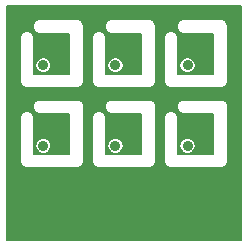
<source format=gbl>
G75*
%MOIN*%
%OFA0B0*%
%FSLAX24Y24*%
%IPPOS*%
%LPD*%
%AMOC8*
5,1,8,0,0,1.08239X$1,22.5*
%
%ADD10C,0.0354*%
%ADD11C,0.0063*%
D10*
X001410Y003339D03*
X001961Y003339D03*
X003811Y003339D03*
X004363Y003339D03*
X006213Y003339D03*
X006764Y003339D03*
X006764Y006016D03*
X006213Y006016D03*
X004363Y006016D03*
X003811Y006016D03*
X001961Y006016D03*
X001410Y006016D03*
D11*
X000191Y007983D02*
X000191Y000191D01*
X007983Y000191D01*
X007983Y007983D01*
X000191Y007983D01*
X000191Y007962D02*
X007983Y007962D01*
X007983Y007900D02*
X000191Y007900D01*
X000191Y007839D02*
X007983Y007839D01*
X007983Y007777D02*
X000191Y007777D01*
X000191Y007716D02*
X007983Y007716D01*
X007983Y007654D02*
X000191Y007654D01*
X000191Y007593D02*
X007983Y007593D01*
X007983Y007531D02*
X007418Y007531D01*
X007379Y007554D02*
X006031Y007554D01*
X005920Y007490D01*
X005857Y007379D01*
X005857Y007251D01*
X005920Y007141D01*
X005920Y007141D01*
X005920Y007141D01*
X006031Y007077D01*
X007077Y007077D01*
X007077Y005743D01*
X005900Y005743D01*
X005900Y006986D01*
X005836Y007096D01*
X005726Y007160D01*
X005598Y007160D01*
X005487Y007096D01*
X005423Y006986D01*
X005423Y005440D01*
X005487Y005330D01*
X005487Y005330D01*
X005487Y005330D01*
X005598Y005266D01*
X007379Y005266D01*
X007490Y005330D01*
X007554Y005440D01*
X007554Y007379D01*
X007490Y007490D01*
X007490Y007490D01*
X007490Y007490D01*
X007379Y007554D01*
X007501Y007470D02*
X007983Y007470D01*
X007983Y007408D02*
X007537Y007408D01*
X007554Y007347D02*
X007983Y007347D01*
X007983Y007285D02*
X007554Y007285D01*
X007554Y007224D02*
X007983Y007224D01*
X007983Y007162D02*
X007554Y007162D01*
X007554Y007101D02*
X007983Y007101D01*
X007983Y007039D02*
X007554Y007039D01*
X007554Y006978D02*
X007983Y006978D01*
X007983Y006916D02*
X007554Y006916D01*
X007554Y006855D02*
X007983Y006855D01*
X007983Y006793D02*
X007554Y006793D01*
X007554Y006732D02*
X007983Y006732D01*
X007983Y006670D02*
X007554Y006670D01*
X007554Y006609D02*
X007983Y006609D01*
X007983Y006547D02*
X007554Y006547D01*
X007554Y006486D02*
X007983Y006486D01*
X007983Y006424D02*
X007554Y006424D01*
X007554Y006363D02*
X007983Y006363D01*
X007983Y006301D02*
X007554Y006301D01*
X007554Y006240D02*
X007983Y006240D01*
X007983Y006178D02*
X007554Y006178D01*
X007554Y006117D02*
X007983Y006117D01*
X007983Y006056D02*
X007554Y006056D01*
X007554Y005994D02*
X007983Y005994D01*
X007983Y005933D02*
X007554Y005933D01*
X007554Y005871D02*
X007983Y005871D01*
X007983Y005810D02*
X007554Y005810D01*
X007554Y005748D02*
X007983Y005748D01*
X007983Y005687D02*
X007554Y005687D01*
X007554Y005625D02*
X007983Y005625D01*
X007983Y005564D02*
X007554Y005564D01*
X007554Y005502D02*
X007983Y005502D01*
X007983Y005441D02*
X007554Y005441D01*
X007518Y005379D02*
X007983Y005379D01*
X007983Y005318D02*
X007469Y005318D01*
X007490Y005330D02*
X007490Y005330D01*
X007490Y005330D01*
X007077Y005748D02*
X006268Y005748D01*
X006266Y005747D02*
X006365Y005788D01*
X006441Y005864D01*
X006482Y005963D01*
X006482Y006070D01*
X006441Y006168D01*
X006365Y006244D01*
X006266Y006285D01*
X006160Y006285D01*
X006061Y006244D01*
X005985Y006168D01*
X005944Y006070D01*
X005944Y005963D01*
X005985Y005864D01*
X006061Y005788D01*
X006160Y005747D01*
X006266Y005747D01*
X006158Y005748D02*
X005900Y005748D01*
X005900Y005810D02*
X006040Y005810D01*
X005982Y005871D02*
X005900Y005871D01*
X005900Y005933D02*
X005957Y005933D01*
X005944Y005994D02*
X005900Y005994D01*
X005900Y006056D02*
X005944Y006056D01*
X005964Y006117D02*
X005900Y006117D01*
X005900Y006178D02*
X005995Y006178D01*
X006057Y006240D02*
X005900Y006240D01*
X005900Y006301D02*
X007077Y006301D01*
X007077Y006240D02*
X006369Y006240D01*
X006431Y006178D02*
X007077Y006178D01*
X007077Y006117D02*
X006462Y006117D01*
X006482Y006056D02*
X007077Y006056D01*
X007077Y005994D02*
X006482Y005994D01*
X006469Y005933D02*
X007077Y005933D01*
X007077Y005871D02*
X006444Y005871D01*
X006386Y005810D02*
X007077Y005810D01*
X007077Y006363D02*
X005900Y006363D01*
X005900Y006424D02*
X007077Y006424D01*
X007077Y006486D02*
X005900Y006486D01*
X005900Y006547D02*
X007077Y006547D01*
X007077Y006609D02*
X005900Y006609D01*
X005900Y006670D02*
X007077Y006670D01*
X007077Y006732D02*
X005900Y006732D01*
X005900Y006793D02*
X007077Y006793D01*
X007077Y006855D02*
X005900Y006855D01*
X005900Y006916D02*
X007077Y006916D01*
X007077Y006978D02*
X005900Y006978D01*
X005869Y007039D02*
X007077Y007039D01*
X005990Y007101D02*
X005828Y007101D01*
X005836Y007096D02*
X005836Y007096D01*
X005836Y007096D01*
X005908Y007162D02*
X005152Y007162D01*
X005152Y007101D02*
X005496Y007101D01*
X005487Y007096D02*
X005487Y007096D01*
X005487Y007096D01*
X005455Y007039D02*
X005152Y007039D01*
X005152Y006978D02*
X005423Y006978D01*
X005423Y006916D02*
X005152Y006916D01*
X005152Y006855D02*
X005423Y006855D01*
X005423Y006793D02*
X005152Y006793D01*
X005152Y006732D02*
X005423Y006732D01*
X005423Y006670D02*
X005152Y006670D01*
X005152Y006609D02*
X005423Y006609D01*
X005423Y006547D02*
X005152Y006547D01*
X005152Y006486D02*
X005423Y006486D01*
X005423Y006424D02*
X005152Y006424D01*
X005152Y006363D02*
X005423Y006363D01*
X005423Y006301D02*
X005152Y006301D01*
X005152Y006240D02*
X005423Y006240D01*
X005423Y006178D02*
X005152Y006178D01*
X005152Y006117D02*
X005423Y006117D01*
X005423Y006056D02*
X005152Y006056D01*
X005152Y005994D02*
X005423Y005994D01*
X005423Y005933D02*
X005152Y005933D01*
X005152Y005871D02*
X005423Y005871D01*
X005423Y005810D02*
X005152Y005810D01*
X005152Y005748D02*
X005423Y005748D01*
X005423Y005687D02*
X005152Y005687D01*
X005152Y005625D02*
X005423Y005625D01*
X005423Y005564D02*
X005152Y005564D01*
X005152Y005502D02*
X005423Y005502D01*
X005423Y005441D02*
X005152Y005441D01*
X005152Y005440D02*
X005152Y007379D01*
X005088Y007490D01*
X004978Y007554D01*
X003629Y007554D01*
X003519Y007490D01*
X003519Y007490D01*
X003455Y007379D01*
X003455Y007251D01*
X003519Y007141D01*
X003629Y007077D01*
X004675Y007077D01*
X004675Y005743D01*
X003499Y005743D01*
X003499Y006986D01*
X003435Y007096D01*
X003435Y007096D01*
X003435Y007096D01*
X003324Y007160D01*
X003196Y007160D01*
X003086Y007096D01*
X003086Y007096D01*
X003022Y006986D01*
X003022Y005440D01*
X003086Y005330D01*
X003196Y005266D01*
X004978Y005266D01*
X005088Y005330D01*
X005152Y005440D01*
X005117Y005379D02*
X005459Y005379D01*
X005509Y005318D02*
X005067Y005318D01*
X005088Y005330D02*
X005088Y005330D01*
X005088Y005330D01*
X004675Y005748D02*
X003866Y005748D01*
X003865Y005747D02*
X003964Y005788D01*
X004039Y005864D01*
X004080Y005963D01*
X004080Y006070D01*
X004039Y006168D01*
X003964Y006244D01*
X003865Y006285D01*
X003758Y006285D01*
X003659Y006244D01*
X003584Y006168D01*
X003543Y006070D01*
X003543Y005963D01*
X003584Y005864D01*
X003659Y005788D01*
X003758Y005747D01*
X003865Y005747D01*
X003985Y005810D02*
X004675Y005810D01*
X004675Y005871D02*
X004042Y005871D01*
X004068Y005933D02*
X004675Y005933D01*
X004675Y005994D02*
X004080Y005994D01*
X004080Y006056D02*
X004675Y006056D01*
X004675Y006117D02*
X004060Y006117D01*
X004029Y006178D02*
X004675Y006178D01*
X004675Y006240D02*
X003968Y006240D01*
X003655Y006240D02*
X003499Y006240D01*
X003499Y006301D02*
X004675Y006301D01*
X004675Y006363D02*
X003499Y006363D01*
X003499Y006424D02*
X004675Y006424D01*
X004675Y006486D02*
X003499Y006486D01*
X003499Y006547D02*
X004675Y006547D01*
X004675Y006609D02*
X003499Y006609D01*
X003499Y006670D02*
X004675Y006670D01*
X004675Y006732D02*
X003499Y006732D01*
X003499Y006793D02*
X004675Y006793D01*
X004675Y006855D02*
X003499Y006855D01*
X003499Y006916D02*
X004675Y006916D01*
X004675Y006978D02*
X003499Y006978D01*
X003467Y007039D02*
X004675Y007039D01*
X005135Y007408D02*
X005873Y007408D01*
X005857Y007347D02*
X005152Y007347D01*
X005152Y007285D02*
X005857Y007285D01*
X005872Y007224D02*
X005152Y007224D01*
X005100Y007470D02*
X005909Y007470D01*
X005920Y007490D02*
X005920Y007490D01*
X005920Y007490D01*
X005992Y007531D02*
X005016Y007531D01*
X005088Y007490D02*
X005088Y007490D01*
X005088Y007490D01*
X003629Y007077D02*
X003629Y007077D01*
X003588Y007101D02*
X003426Y007101D01*
X003506Y007162D02*
X002751Y007162D01*
X002751Y007101D02*
X003094Y007101D01*
X003086Y007096D02*
X003086Y007096D01*
X003053Y007039D02*
X002751Y007039D01*
X002751Y006978D02*
X003022Y006978D01*
X003022Y006916D02*
X002751Y006916D01*
X002751Y006855D02*
X003022Y006855D01*
X003022Y006793D02*
X002751Y006793D01*
X002751Y006732D02*
X003022Y006732D01*
X003022Y006670D02*
X002751Y006670D01*
X002751Y006609D02*
X003022Y006609D01*
X003022Y006547D02*
X002751Y006547D01*
X002751Y006486D02*
X003022Y006486D01*
X003022Y006424D02*
X002751Y006424D01*
X002751Y006363D02*
X003022Y006363D01*
X003022Y006301D02*
X002751Y006301D01*
X002751Y006240D02*
X003022Y006240D01*
X003022Y006178D02*
X002751Y006178D01*
X002751Y006117D02*
X003022Y006117D01*
X003022Y006056D02*
X002751Y006056D01*
X002751Y005994D02*
X003022Y005994D01*
X003022Y005933D02*
X002751Y005933D01*
X002751Y005871D02*
X003022Y005871D01*
X003022Y005810D02*
X002751Y005810D01*
X002751Y005748D02*
X003022Y005748D01*
X003022Y005687D02*
X002751Y005687D01*
X002751Y005625D02*
X003022Y005625D01*
X003022Y005564D02*
X002751Y005564D01*
X002751Y005502D02*
X003022Y005502D01*
X003022Y005441D02*
X002751Y005441D01*
X002751Y005440D02*
X002751Y007379D01*
X002687Y007490D01*
X002687Y007490D01*
X002687Y007490D01*
X002576Y007554D01*
X001228Y007554D01*
X001117Y007490D01*
X001053Y007379D01*
X001053Y007298D01*
X001053Y007251D01*
X001117Y007141D01*
X001117Y007141D01*
X001228Y007077D01*
X002274Y007077D01*
X002274Y005743D01*
X001097Y005743D01*
X001097Y006986D01*
X001033Y007096D01*
X000923Y007160D01*
X000795Y007160D01*
X000684Y007096D01*
X000620Y006986D01*
X000620Y005440D01*
X000684Y005330D01*
X000684Y005330D01*
X000684Y005330D01*
X000795Y005266D01*
X002576Y005266D01*
X002687Y005330D01*
X002751Y005440D01*
X002715Y005379D02*
X003057Y005379D01*
X003086Y005330D02*
X003086Y005330D01*
X003086Y005330D01*
X003107Y005318D02*
X002665Y005318D01*
X002687Y005330D02*
X002687Y005330D01*
X002687Y005330D01*
X002274Y005748D02*
X001465Y005748D01*
X001463Y005747D02*
X001562Y005788D01*
X001638Y005864D01*
X001679Y005963D01*
X001679Y006070D01*
X001638Y006168D01*
X001562Y006244D01*
X001463Y006285D01*
X001356Y006285D01*
X001258Y006244D01*
X001182Y006168D01*
X001141Y006070D01*
X001141Y005963D01*
X001182Y005864D01*
X001258Y005788D01*
X001356Y005747D01*
X001463Y005747D01*
X001355Y005748D02*
X001097Y005748D01*
X001097Y005810D02*
X001236Y005810D01*
X001179Y005871D02*
X001097Y005871D01*
X001097Y005933D02*
X001154Y005933D01*
X001141Y005994D02*
X001097Y005994D01*
X001097Y006056D02*
X001141Y006056D01*
X001161Y006117D02*
X001097Y006117D01*
X001097Y006178D02*
X001192Y006178D01*
X001254Y006240D02*
X001097Y006240D01*
X001097Y006301D02*
X002274Y006301D01*
X002274Y006240D02*
X001566Y006240D01*
X001627Y006178D02*
X002274Y006178D01*
X002274Y006117D02*
X001659Y006117D01*
X001679Y006056D02*
X002274Y006056D01*
X002274Y005994D02*
X001679Y005994D01*
X001666Y005933D02*
X002274Y005933D01*
X002274Y005871D02*
X001641Y005871D01*
X001583Y005810D02*
X002274Y005810D01*
X002274Y006363D02*
X001097Y006363D01*
X001097Y006424D02*
X002274Y006424D01*
X002274Y006486D02*
X001097Y006486D01*
X001097Y006547D02*
X002274Y006547D01*
X002274Y006609D02*
X001097Y006609D01*
X001097Y006670D02*
X002274Y006670D01*
X002274Y006732D02*
X001097Y006732D01*
X001097Y006793D02*
X002274Y006793D01*
X002274Y006855D02*
X001097Y006855D01*
X001097Y006916D02*
X002274Y006916D01*
X002274Y006978D02*
X001097Y006978D01*
X001066Y007039D02*
X002274Y007039D01*
X002751Y007224D02*
X003471Y007224D01*
X003455Y007285D02*
X002751Y007285D01*
X002751Y007347D02*
X003455Y007347D01*
X003472Y007408D02*
X002734Y007408D01*
X002698Y007470D02*
X003507Y007470D01*
X003519Y007490D02*
X003519Y007490D01*
X003591Y007531D02*
X002615Y007531D01*
X003519Y007141D02*
X003519Y007141D01*
X003499Y006178D02*
X003594Y006178D01*
X003562Y006117D02*
X003499Y006117D01*
X003499Y006056D02*
X003543Y006056D01*
X003543Y005994D02*
X003499Y005994D01*
X003499Y005933D02*
X003555Y005933D01*
X003581Y005871D02*
X003499Y005871D01*
X003499Y005810D02*
X003638Y005810D01*
X003757Y005748D02*
X003499Y005748D01*
X003629Y004877D02*
X003519Y004813D01*
X003519Y004813D01*
X003519Y004813D01*
X003455Y004702D01*
X003455Y004621D01*
X003455Y004574D01*
X003519Y004464D01*
X003629Y004400D01*
X004675Y004400D01*
X004675Y003066D01*
X003499Y003066D01*
X003499Y004308D01*
X003435Y004419D01*
X003435Y004419D01*
X003435Y004419D01*
X003324Y004483D01*
X003196Y004483D01*
X003086Y004419D01*
X003086Y004419D01*
X003022Y004308D01*
X003022Y002763D01*
X003086Y002653D01*
X003086Y002653D01*
X003196Y002589D01*
X004978Y002589D01*
X005088Y002653D01*
X005152Y002763D01*
X005152Y004702D01*
X005088Y004813D01*
X004978Y004877D01*
X003629Y004877D01*
X003541Y004826D02*
X002664Y004826D01*
X002687Y004813D02*
X002576Y004877D01*
X001228Y004877D01*
X001117Y004813D01*
X001117Y004813D01*
X001117Y004813D01*
X001053Y004702D01*
X001053Y004574D01*
X001117Y004464D01*
X001117Y004464D01*
X001117Y004464D01*
X001228Y004400D01*
X002274Y004400D01*
X002274Y003066D01*
X001097Y003066D01*
X001097Y004308D01*
X001033Y004419D01*
X000923Y004483D01*
X000795Y004483D01*
X000684Y004419D01*
X000620Y004308D01*
X000620Y002763D01*
X000684Y002653D01*
X000684Y002653D01*
X000684Y002653D01*
X000795Y002589D01*
X002576Y002589D01*
X002687Y002653D01*
X002751Y002763D01*
X002751Y004702D01*
X002687Y004813D01*
X002687Y004813D01*
X002687Y004813D01*
X002715Y004764D02*
X003491Y004764D01*
X003455Y004703D02*
X002750Y004703D01*
X002751Y004641D02*
X003455Y004641D01*
X003455Y004580D02*
X002751Y004580D01*
X002751Y004518D02*
X003487Y004518D01*
X003519Y004464D02*
X003519Y004464D01*
X003519Y004464D01*
X003531Y004457D02*
X003369Y004457D01*
X003448Y004395D02*
X004675Y004395D01*
X004675Y004334D02*
X003484Y004334D01*
X003499Y004272D02*
X004675Y004272D01*
X004675Y004211D02*
X003499Y004211D01*
X003499Y004149D02*
X004675Y004149D01*
X004675Y004088D02*
X003499Y004088D01*
X003499Y004026D02*
X004675Y004026D01*
X004675Y003965D02*
X003499Y003965D01*
X003499Y003903D02*
X004675Y003903D01*
X004675Y003842D02*
X003499Y003842D01*
X003499Y003780D02*
X004675Y003780D01*
X004675Y003719D02*
X003499Y003719D01*
X003499Y003657D02*
X004675Y003657D01*
X004675Y003596D02*
X003893Y003596D01*
X003865Y003608D02*
X003758Y003608D01*
X003659Y003567D01*
X003584Y003491D01*
X003543Y003392D01*
X003543Y003286D01*
X003584Y003187D01*
X003659Y003111D01*
X003758Y003070D01*
X003865Y003070D01*
X003964Y003111D01*
X004039Y003187D01*
X004080Y003286D01*
X004080Y003392D01*
X004039Y003491D01*
X003964Y003567D01*
X003865Y003608D01*
X003996Y003534D02*
X004675Y003534D01*
X004675Y003473D02*
X004047Y003473D01*
X004072Y003411D02*
X004675Y003411D01*
X004675Y003350D02*
X004080Y003350D01*
X004080Y003288D02*
X004675Y003288D01*
X004675Y003227D02*
X004056Y003227D01*
X004018Y003165D02*
X004675Y003165D01*
X004675Y003104D02*
X003946Y003104D01*
X003677Y003104D02*
X003499Y003104D01*
X003499Y003165D02*
X003605Y003165D01*
X003567Y003227D02*
X003499Y003227D01*
X003499Y003288D02*
X003543Y003288D01*
X003543Y003350D02*
X003499Y003350D01*
X003499Y003411D02*
X003551Y003411D01*
X003576Y003473D02*
X003499Y003473D01*
X003499Y003534D02*
X003627Y003534D01*
X003729Y003596D02*
X003499Y003596D01*
X003022Y003596D02*
X002751Y003596D01*
X002751Y003657D02*
X003022Y003657D01*
X003022Y003719D02*
X002751Y003719D01*
X002751Y003780D02*
X003022Y003780D01*
X003022Y003842D02*
X002751Y003842D01*
X002751Y003903D02*
X003022Y003903D01*
X003022Y003965D02*
X002751Y003965D01*
X002751Y004026D02*
X003022Y004026D01*
X003022Y004088D02*
X002751Y004088D01*
X002751Y004149D02*
X003022Y004149D01*
X003022Y004211D02*
X002751Y004211D01*
X002751Y004272D02*
X003022Y004272D01*
X003037Y004334D02*
X002751Y004334D01*
X002751Y004395D02*
X003072Y004395D01*
X003086Y004419D02*
X003086Y004419D01*
X003151Y004457D02*
X002751Y004457D01*
X002274Y004395D02*
X001047Y004395D01*
X001033Y004419D02*
X001033Y004419D01*
X001033Y004419D01*
X000968Y004457D02*
X001129Y004457D01*
X001086Y004518D02*
X000191Y004518D01*
X000191Y004457D02*
X000750Y004457D01*
X000684Y004419D02*
X000684Y004419D01*
X000684Y004419D01*
X000670Y004395D02*
X000191Y004395D01*
X000191Y004334D02*
X000635Y004334D01*
X000620Y004272D02*
X000191Y004272D01*
X000191Y004211D02*
X000620Y004211D01*
X000620Y004149D02*
X000191Y004149D01*
X000191Y004088D02*
X000620Y004088D01*
X000620Y004026D02*
X000191Y004026D01*
X000191Y003965D02*
X000620Y003965D01*
X000620Y003903D02*
X000191Y003903D01*
X000191Y003842D02*
X000620Y003842D01*
X000620Y003780D02*
X000191Y003780D01*
X000191Y003719D02*
X000620Y003719D01*
X000620Y003657D02*
X000191Y003657D01*
X000191Y003596D02*
X000620Y003596D01*
X000620Y003534D02*
X000191Y003534D01*
X000191Y003473D02*
X000620Y003473D01*
X000620Y003411D02*
X000191Y003411D01*
X000191Y003350D02*
X000620Y003350D01*
X000620Y003288D02*
X000191Y003288D01*
X000191Y003227D02*
X000620Y003227D01*
X000620Y003165D02*
X000191Y003165D01*
X000191Y003104D02*
X000620Y003104D01*
X000620Y003042D02*
X000191Y003042D01*
X000191Y002981D02*
X000620Y002981D01*
X000620Y002919D02*
X000191Y002919D01*
X000191Y002858D02*
X000620Y002858D01*
X000620Y002796D02*
X000191Y002796D01*
X000191Y002735D02*
X000637Y002735D01*
X000672Y002673D02*
X000191Y002673D01*
X000191Y002612D02*
X000755Y002612D01*
X001097Y003104D02*
X001275Y003104D01*
X001258Y003111D02*
X001182Y003187D01*
X001141Y003286D01*
X001141Y003392D01*
X001182Y003491D01*
X001258Y003567D01*
X001356Y003608D01*
X001463Y003608D01*
X001562Y003567D01*
X001638Y003491D01*
X001679Y003392D01*
X001679Y003286D01*
X001638Y003187D01*
X001562Y003111D01*
X001463Y003070D01*
X001356Y003070D01*
X001258Y003111D01*
X001204Y003165D02*
X001097Y003165D01*
X001097Y003227D02*
X001165Y003227D01*
X001141Y003288D02*
X001097Y003288D01*
X001097Y003350D02*
X001141Y003350D01*
X001149Y003411D02*
X001097Y003411D01*
X001097Y003473D02*
X001174Y003473D01*
X001225Y003534D02*
X001097Y003534D01*
X001097Y003596D02*
X001328Y003596D01*
X001492Y003596D02*
X002274Y003596D01*
X002274Y003657D02*
X001097Y003657D01*
X001097Y003719D02*
X002274Y003719D01*
X002274Y003780D02*
X001097Y003780D01*
X001097Y003842D02*
X002274Y003842D01*
X002274Y003903D02*
X001097Y003903D01*
X001097Y003965D02*
X002274Y003965D01*
X002274Y004026D02*
X001097Y004026D01*
X001097Y004088D02*
X002274Y004088D01*
X002274Y004149D02*
X001097Y004149D01*
X001097Y004211D02*
X002274Y004211D01*
X002274Y004272D02*
X001097Y004272D01*
X001082Y004334D02*
X002274Y004334D01*
X002274Y003534D02*
X001594Y003534D01*
X001645Y003473D02*
X002274Y003473D01*
X002274Y003411D02*
X001671Y003411D01*
X001679Y003350D02*
X002274Y003350D01*
X002274Y003288D02*
X001679Y003288D01*
X001654Y003227D02*
X002274Y003227D01*
X002274Y003165D02*
X001616Y003165D01*
X001544Y003104D02*
X002274Y003104D01*
X002687Y002653D02*
X002687Y002653D01*
X002687Y002653D01*
X002699Y002673D02*
X003074Y002673D01*
X003086Y002653D02*
X003086Y002653D01*
X003156Y002612D02*
X002616Y002612D01*
X002734Y002735D02*
X003038Y002735D01*
X003022Y002796D02*
X002751Y002796D01*
X002751Y002858D02*
X003022Y002858D01*
X003022Y002919D02*
X002751Y002919D01*
X002751Y002981D02*
X003022Y002981D01*
X003022Y003042D02*
X002751Y003042D01*
X002751Y003104D02*
X003022Y003104D01*
X003022Y003165D02*
X002751Y003165D01*
X002751Y003227D02*
X003022Y003227D01*
X003022Y003288D02*
X002751Y003288D01*
X002751Y003350D02*
X003022Y003350D01*
X003022Y003411D02*
X002751Y003411D01*
X002751Y003473D02*
X003022Y003473D01*
X003022Y003534D02*
X002751Y003534D01*
X003455Y004574D02*
X003455Y004574D01*
X005066Y004826D02*
X005943Y004826D01*
X005920Y004813D02*
X005920Y004813D01*
X005857Y004702D01*
X005857Y004621D01*
X005857Y004574D01*
X005920Y004464D01*
X005920Y004464D01*
X005920Y004464D01*
X006031Y004400D01*
X007077Y004400D01*
X007077Y003066D01*
X005900Y003066D01*
X005900Y004308D01*
X005836Y004419D01*
X005726Y004483D01*
X005598Y004483D01*
X005487Y004419D01*
X005423Y004308D01*
X005423Y002763D01*
X005487Y002653D01*
X005487Y002653D01*
X005487Y002653D01*
X005598Y002589D01*
X007379Y002589D01*
X007490Y002653D01*
X007554Y002763D01*
X007554Y004702D01*
X007490Y004813D01*
X007490Y004813D01*
X007490Y004813D01*
X007379Y004877D01*
X006031Y004877D01*
X005920Y004813D01*
X005920Y004813D01*
X005892Y004764D02*
X005116Y004764D01*
X005088Y004813D02*
X005088Y004813D01*
X005088Y004813D01*
X005152Y004703D02*
X005857Y004703D01*
X005857Y004641D02*
X005152Y004641D01*
X005152Y004580D02*
X005857Y004580D01*
X005857Y004574D02*
X005857Y004574D01*
X005889Y004518D02*
X005152Y004518D01*
X005152Y004457D02*
X005553Y004457D01*
X005487Y004419D02*
X005487Y004419D01*
X005487Y004419D01*
X005474Y004395D02*
X005152Y004395D01*
X005152Y004334D02*
X005438Y004334D01*
X005423Y004272D02*
X005152Y004272D01*
X005152Y004211D02*
X005423Y004211D01*
X005423Y004149D02*
X005152Y004149D01*
X005152Y004088D02*
X005423Y004088D01*
X005423Y004026D02*
X005152Y004026D01*
X005152Y003965D02*
X005423Y003965D01*
X005423Y003903D02*
X005152Y003903D01*
X005152Y003842D02*
X005423Y003842D01*
X005423Y003780D02*
X005152Y003780D01*
X005152Y003719D02*
X005423Y003719D01*
X005423Y003657D02*
X005152Y003657D01*
X005152Y003596D02*
X005423Y003596D01*
X005423Y003534D02*
X005152Y003534D01*
X005152Y003473D02*
X005423Y003473D01*
X005423Y003411D02*
X005152Y003411D01*
X005152Y003350D02*
X005423Y003350D01*
X005423Y003288D02*
X005152Y003288D01*
X005152Y003227D02*
X005423Y003227D01*
X005423Y003165D02*
X005152Y003165D01*
X005152Y003104D02*
X005423Y003104D01*
X005423Y003042D02*
X005152Y003042D01*
X005152Y002981D02*
X005423Y002981D01*
X005423Y002919D02*
X005152Y002919D01*
X005152Y002858D02*
X005423Y002858D01*
X005423Y002796D02*
X005152Y002796D01*
X005136Y002735D02*
X005440Y002735D01*
X005475Y002673D02*
X005100Y002673D01*
X005088Y002653D02*
X005088Y002653D01*
X005088Y002653D01*
X005018Y002612D02*
X005558Y002612D01*
X005900Y003104D02*
X006079Y003104D01*
X006061Y003111D02*
X005985Y003187D01*
X005944Y003286D01*
X005944Y003392D01*
X005985Y003491D01*
X006061Y003567D01*
X006160Y003608D01*
X006266Y003608D01*
X006365Y003567D01*
X006441Y003491D01*
X006482Y003392D01*
X006482Y003286D01*
X006441Y003187D01*
X006365Y003111D01*
X006266Y003070D01*
X006160Y003070D01*
X006061Y003111D01*
X006007Y003165D02*
X005900Y003165D01*
X005900Y003227D02*
X005969Y003227D01*
X005944Y003288D02*
X005900Y003288D01*
X005900Y003350D02*
X005944Y003350D01*
X005952Y003411D02*
X005900Y003411D01*
X005900Y003473D02*
X005978Y003473D01*
X006028Y003534D02*
X005900Y003534D01*
X005900Y003596D02*
X006131Y003596D01*
X006295Y003596D02*
X007077Y003596D01*
X007077Y003657D02*
X005900Y003657D01*
X005900Y003719D02*
X007077Y003719D01*
X007077Y003780D02*
X005900Y003780D01*
X005900Y003842D02*
X007077Y003842D01*
X007077Y003903D02*
X005900Y003903D01*
X005900Y003965D02*
X007077Y003965D01*
X007077Y004026D02*
X005900Y004026D01*
X005900Y004088D02*
X007077Y004088D01*
X007077Y004149D02*
X005900Y004149D01*
X005900Y004211D02*
X007077Y004211D01*
X007077Y004272D02*
X005900Y004272D01*
X005886Y004334D02*
X007077Y004334D01*
X007077Y004395D02*
X005850Y004395D01*
X005836Y004419D02*
X005836Y004419D01*
X005836Y004419D01*
X005771Y004457D02*
X005933Y004457D01*
X006398Y003534D02*
X007077Y003534D01*
X007077Y003473D02*
X006448Y003473D01*
X006474Y003411D02*
X007077Y003411D01*
X007077Y003350D02*
X006482Y003350D01*
X006482Y003288D02*
X007077Y003288D01*
X007077Y003227D02*
X006457Y003227D01*
X006419Y003165D02*
X007077Y003165D01*
X007077Y003104D02*
X006347Y003104D01*
X007419Y002612D02*
X007983Y002612D01*
X007983Y002673D02*
X007502Y002673D01*
X007490Y002653D02*
X007490Y002653D01*
X007490Y002653D01*
X007537Y002735D02*
X007983Y002735D01*
X007983Y002796D02*
X007554Y002796D01*
X007554Y002858D02*
X007983Y002858D01*
X007983Y002919D02*
X007554Y002919D01*
X007554Y002981D02*
X007983Y002981D01*
X007983Y003042D02*
X007554Y003042D01*
X007554Y003104D02*
X007983Y003104D01*
X007983Y003165D02*
X007554Y003165D01*
X007554Y003227D02*
X007983Y003227D01*
X007983Y003288D02*
X007554Y003288D01*
X007554Y003350D02*
X007983Y003350D01*
X007983Y003411D02*
X007554Y003411D01*
X007554Y003473D02*
X007983Y003473D01*
X007983Y003534D02*
X007554Y003534D01*
X007554Y003596D02*
X007983Y003596D01*
X007983Y003657D02*
X007554Y003657D01*
X007554Y003719D02*
X007983Y003719D01*
X007983Y003780D02*
X007554Y003780D01*
X007554Y003842D02*
X007983Y003842D01*
X007983Y003903D02*
X007554Y003903D01*
X007554Y003965D02*
X007983Y003965D01*
X007983Y004026D02*
X007554Y004026D01*
X007554Y004088D02*
X007983Y004088D01*
X007983Y004149D02*
X007554Y004149D01*
X007554Y004211D02*
X007983Y004211D01*
X007983Y004272D02*
X007554Y004272D01*
X007554Y004334D02*
X007983Y004334D01*
X007983Y004395D02*
X007554Y004395D01*
X007554Y004457D02*
X007983Y004457D01*
X007983Y004518D02*
X007554Y004518D01*
X007554Y004580D02*
X007983Y004580D01*
X007983Y004641D02*
X007554Y004641D01*
X007553Y004703D02*
X007983Y004703D01*
X007983Y004764D02*
X007518Y004764D01*
X007467Y004826D02*
X007983Y004826D01*
X007983Y004887D02*
X000191Y004887D01*
X000191Y004826D02*
X001140Y004826D01*
X001089Y004764D02*
X000191Y004764D01*
X000191Y004703D02*
X001054Y004703D01*
X001053Y004641D02*
X000191Y004641D01*
X000191Y004580D02*
X001053Y004580D01*
X000705Y005318D02*
X000191Y005318D01*
X000191Y005379D02*
X000656Y005379D01*
X000620Y005441D02*
X000191Y005441D01*
X000191Y005502D02*
X000620Y005502D01*
X000620Y005564D02*
X000191Y005564D01*
X000191Y005625D02*
X000620Y005625D01*
X000620Y005687D02*
X000191Y005687D01*
X000191Y005748D02*
X000620Y005748D01*
X000620Y005810D02*
X000191Y005810D01*
X000191Y005871D02*
X000620Y005871D01*
X000620Y005933D02*
X000191Y005933D01*
X000191Y005994D02*
X000620Y005994D01*
X000620Y006056D02*
X000191Y006056D01*
X000191Y006117D02*
X000620Y006117D01*
X000620Y006178D02*
X000191Y006178D01*
X000191Y006240D02*
X000620Y006240D01*
X000620Y006301D02*
X000191Y006301D01*
X000191Y006363D02*
X000620Y006363D01*
X000620Y006424D02*
X000191Y006424D01*
X000191Y006486D02*
X000620Y006486D01*
X000620Y006547D02*
X000191Y006547D01*
X000191Y006609D02*
X000620Y006609D01*
X000620Y006670D02*
X000191Y006670D01*
X000191Y006732D02*
X000620Y006732D01*
X000620Y006793D02*
X000191Y006793D01*
X000191Y006855D02*
X000620Y006855D01*
X000620Y006916D02*
X000191Y006916D01*
X000191Y006978D02*
X000620Y006978D01*
X000651Y007039D02*
X000191Y007039D01*
X000191Y007101D02*
X000692Y007101D01*
X000684Y007096D02*
X000684Y007096D01*
X000684Y007096D01*
X001025Y007101D02*
X001187Y007101D01*
X001117Y007141D02*
X001117Y007141D01*
X001105Y007162D02*
X000191Y007162D01*
X000191Y007224D02*
X001069Y007224D01*
X001053Y007251D02*
X001053Y007251D01*
X001053Y007285D02*
X000191Y007285D01*
X000191Y007347D02*
X001053Y007347D01*
X001070Y007408D02*
X000191Y007408D01*
X000191Y007470D02*
X001106Y007470D01*
X001117Y007490D02*
X001117Y007490D01*
X001117Y007490D01*
X001189Y007531D02*
X000191Y007531D01*
X001033Y007096D02*
X001033Y007096D01*
X001033Y007096D01*
X000191Y005256D02*
X007983Y005256D01*
X007983Y005195D02*
X000191Y005195D01*
X000191Y005133D02*
X007983Y005133D01*
X007983Y005072D02*
X000191Y005072D01*
X000191Y005010D02*
X007983Y005010D01*
X007983Y004949D02*
X000191Y004949D01*
X000191Y002550D02*
X007983Y002550D01*
X007983Y002489D02*
X000191Y002489D01*
X000191Y002427D02*
X007983Y002427D01*
X007983Y002366D02*
X000191Y002366D01*
X000191Y002304D02*
X007983Y002304D01*
X007983Y002243D02*
X000191Y002243D01*
X000191Y002181D02*
X007983Y002181D01*
X007983Y002120D02*
X000191Y002120D01*
X000191Y002059D02*
X007983Y002059D01*
X007983Y001997D02*
X000191Y001997D01*
X000191Y001936D02*
X007983Y001936D01*
X007983Y001874D02*
X000191Y001874D01*
X000191Y001813D02*
X007983Y001813D01*
X007983Y001751D02*
X000191Y001751D01*
X000191Y001690D02*
X007983Y001690D01*
X007983Y001628D02*
X000191Y001628D01*
X000191Y001567D02*
X007983Y001567D01*
X007983Y001505D02*
X000191Y001505D01*
X000191Y001444D02*
X007983Y001444D01*
X007983Y001382D02*
X000191Y001382D01*
X000191Y001321D02*
X007983Y001321D01*
X007983Y001259D02*
X000191Y001259D01*
X000191Y001198D02*
X007983Y001198D01*
X007983Y001136D02*
X000191Y001136D01*
X000191Y001075D02*
X007983Y001075D01*
X007983Y001013D02*
X000191Y001013D01*
X000191Y000952D02*
X007983Y000952D01*
X007983Y000890D02*
X000191Y000890D01*
X000191Y000829D02*
X007983Y000829D01*
X007983Y000767D02*
X000191Y000767D01*
X000191Y000706D02*
X007983Y000706D01*
X007983Y000644D02*
X000191Y000644D01*
X000191Y000583D02*
X007983Y000583D01*
X007983Y000521D02*
X000191Y000521D01*
X000191Y000460D02*
X007983Y000460D01*
X007983Y000398D02*
X000191Y000398D01*
X000191Y000337D02*
X007983Y000337D01*
X007983Y000275D02*
X000191Y000275D01*
X000191Y000214D02*
X007983Y000214D01*
M02*

</source>
